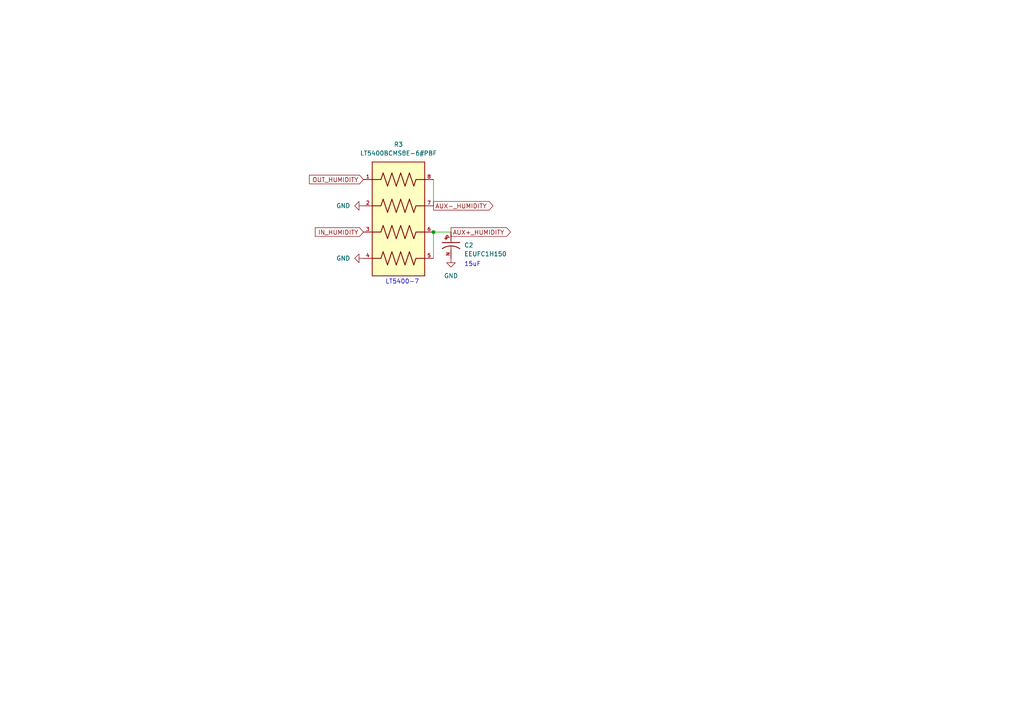
<source format=kicad_sch>
(kicad_sch (version 20211123) (generator eeschema)

  (uuid 22f3c011-2a79-4464-a677-eed7160297b8)

  (paper "A4")

  (title_block
    (title "Acondicionamiento del sensor de Humedad")
    (date "2023-06-11")
    (company "UC3M")
    (comment 1 "Además, se añade un filtrado de la señal a 10 Hz.")
    (comment 2 "Se realiza una amplificación de 4 de la señal del sensor.")
  )

  (lib_symbols
    (symbol "EEUFC1H150:EEUFC1H150" (pin_names (offset 1.016)) (in_bom yes) (on_board yes)
      (property "Reference" "C" (id 0) (at -2.54 3.81 0)
        (effects (font (size 1.27 1.27)) (justify left bottom))
      )
      (property "Value" "EEUFC1H150" (id 1) (at -2.54 -5.08 0)
        (effects (font (size 1.27 1.27)) (justify left bottom))
      )
      (property "Footprint" "CAPPRD200W50D500H1100" (id 2) (at 0 0 0)
        (effects (font (size 1.27 1.27)) (justify bottom) hide)
      )
      (property "Datasheet" "" (id 3) (at 0 0 0)
        (effects (font (size 1.27 1.27)) hide)
      )
      (property "MF" "PANASONIC" (id 4) (at 0 0 0)
        (effects (font (size 1.27 1.27)) (justify bottom) hide)
      )
      (property "b_max" "0.55" (id 5) (at 0 0 0)
        (effects (font (size 1.27 1.27)) (justify bottom) hide)
      )
      (property "DESCRIPTION" "FC-A" (id 6) (at 0 0 0)
        (effects (font (size 1.27 1.27)) (justify bottom) hide)
      )
      (property "b_nom" "0.5" (id 7) (at 0 0 0)
        (effects (font (size 1.27 1.27)) (justify bottom) hide)
      )
      (property "PARTREV" "20-DEC-19" (id 8) (at 0 0 0)
        (effects (font (size 1.27 1.27)) (justify bottom) hide)
      )
      (property "A_max" "11" (id 9) (at 0 0 0)
        (effects (font (size 1.27 1.27)) (justify bottom) hide)
      )
      (property "D_nom" "5" (id 10) (at 0 0 0)
        (effects (font (size 1.27 1.27)) (justify bottom) hide)
      )
      (property "e_nom" "2" (id 11) (at 0 0 0)
        (effects (font (size 1.27 1.27)) (justify bottom) hide)
      )
      (symbol "EEUFC1H150_0_0"
        (rectangle (start -1.173 -1.532) (end -0.284 -1.405)
          (stroke (width 0.1) (type default) (color 0 0 0 0))
          (fill (type outline))
        )
        (rectangle (start -0.792 -1.913) (end -0.665 -1.024)
          (stroke (width 0.1) (type default) (color 0 0 0 0))
          (fill (type outline))
        )
        (polyline
          (pts
            (xy 0 0)
            (xy 0.508 0)
          )
          (stroke (width 0.1524) (type default) (color 0 0 0 0))
          (fill (type none))
        )
        (polyline
          (pts
            (xy 0.508 0)
            (xy 0.508 -2.54)
          )
          (stroke (width 0.254) (type default) (color 0 0 0 0))
          (fill (type none))
        )
        (polyline
          (pts
            (xy 0.508 2.54)
            (xy 0.508 0)
          )
          (stroke (width 0.254) (type default) (color 0 0 0 0))
          (fill (type none))
        )
        (polyline
          (pts
            (xy 2.54 0)
            (xy 1.524 0)
          )
          (stroke (width 0.1524) (type default) (color 0 0 0 0))
          (fill (type none))
        )
        (arc (start 2.286 2.54) (mid 1.4851 0) (end 2.286 -2.54)
          (stroke (width 0.254) (type default) (color 0 0 0 0))
          (fill (type none))
        )
        (pin passive line (at 5.08 0 180) (length 2.54)
          (name "~" (effects (font (size 1.016 1.016))))
          (number "N" (effects (font (size 1.016 1.016))))
        )
        (pin passive line (at -2.54 0 0) (length 2.54)
          (name "~" (effects (font (size 1.016 1.016))))
          (number "P" (effects (font (size 1.016 1.016))))
        )
      )
    )
    (symbol "LT5400BCMS8E-6_PBF:LT5400BCMS8E-6#PBF" (pin_names (offset 1.016)) (in_bom yes) (on_board yes)
      (property "Reference" "R" (id 0) (at -7.62 16.51 0)
        (effects (font (size 1.27 1.27)) (justify left bottom))
      )
      (property "Value" "LT5400BCMS8E-6#PBF" (id 1) (at -7.62 -21.59 0)
        (effects (font (size 1.27 1.27)) (justify left bottom))
      )
      (property "Footprint" "SOP65P490X110-9N" (id 2) (at 0 0 0)
        (effects (font (size 1.27 1.27)) (justify bottom) hide)
      )
      (property "Datasheet" "" (id 3) (at 0 0 0)
        (effects (font (size 1.27 1.27)) hide)
      )
      (property "PARTREV" "I" (id 4) (at 0 0 0)
        (effects (font (size 1.27 1.27)) (justify bottom) hide)
      )
      (property "MANUFACTURER" "Linear Technology" (id 5) (at 0 0 0)
        (effects (font (size 1.27 1.27)) (justify bottom) hide)
      )
      (property "MAXIMUM_PACKAGE_HEIGHT" "1.1 mm" (id 6) (at 0 0 0)
        (effects (font (size 1.27 1.27)) (justify bottom) hide)
      )
      (property "STANDARD" "IPC 7351B" (id 7) (at 0 0 0)
        (effects (font (size 1.27 1.27)) (justify bottom) hide)
      )
      (symbol "LT5400BCMS8E-6#PBF_0_0"
        (rectangle (start -7.62 -17.78) (end 7.62 15.24)
          (stroke (width 0.254) (type default) (color 0 0 0 0))
          (fill (type background))
        )
        (polyline
          (pts
            (xy -5.08 -12.7)
            (xy -7.62 -12.7)
          )
          (stroke (width 0.254) (type default) (color 0 0 0 0))
          (fill (type none))
        )
        (polyline
          (pts
            (xy -5.08 -12.7)
            (xy -4.445 -10.795)
          )
          (stroke (width 0.254) (type default) (color 0 0 0 0))
          (fill (type none))
        )
        (polyline
          (pts
            (xy -5.08 -5.08)
            (xy -7.62 -5.08)
          )
          (stroke (width 0.254) (type default) (color 0 0 0 0))
          (fill (type none))
        )
        (polyline
          (pts
            (xy -5.08 -5.08)
            (xy -4.445 -3.175)
          )
          (stroke (width 0.254) (type default) (color 0 0 0 0))
          (fill (type none))
        )
        (polyline
          (pts
            (xy -5.08 2.54)
            (xy -7.62 2.54)
          )
          (stroke (width 0.254) (type default) (color 0 0 0 0))
          (fill (type none))
        )
        (polyline
          (pts
            (xy -5.08 2.54)
            (xy -4.445 4.445)
          )
          (stroke (width 0.254) (type default) (color 0 0 0 0))
          (fill (type none))
        )
        (polyline
          (pts
            (xy -5.08 10.16)
            (xy -7.62 10.16)
          )
          (stroke (width 0.254) (type default) (color 0 0 0 0))
          (fill (type none))
        )
        (polyline
          (pts
            (xy -5.08 10.16)
            (xy -4.445 12.065)
          )
          (stroke (width 0.254) (type default) (color 0 0 0 0))
          (fill (type none))
        )
        (polyline
          (pts
            (xy -4.445 -10.795)
            (xy -3.175 -14.605)
          )
          (stroke (width 0.254) (type default) (color 0 0 0 0))
          (fill (type none))
        )
        (polyline
          (pts
            (xy -4.445 -3.175)
            (xy -3.175 -6.985)
          )
          (stroke (width 0.254) (type default) (color 0 0 0 0))
          (fill (type none))
        )
        (polyline
          (pts
            (xy -4.445 4.445)
            (xy -3.175 0.635)
          )
          (stroke (width 0.254) (type default) (color 0 0 0 0))
          (fill (type none))
        )
        (polyline
          (pts
            (xy -4.445 12.065)
            (xy -3.175 8.255)
          )
          (stroke (width 0.254) (type default) (color 0 0 0 0))
          (fill (type none))
        )
        (polyline
          (pts
            (xy -3.175 -14.605)
            (xy -1.905 -10.795)
          )
          (stroke (width 0.254) (type default) (color 0 0 0 0))
          (fill (type none))
        )
        (polyline
          (pts
            (xy -3.175 -6.985)
            (xy -1.905 -3.175)
          )
          (stroke (width 0.254) (type default) (color 0 0 0 0))
          (fill (type none))
        )
        (polyline
          (pts
            (xy -3.175 0.635)
            (xy -1.905 4.445)
          )
          (stroke (width 0.254) (type default) (color 0 0 0 0))
          (fill (type none))
        )
        (polyline
          (pts
            (xy -3.175 8.255)
            (xy -1.905 12.065)
          )
          (stroke (width 0.254) (type default) (color 0 0 0 0))
          (fill (type none))
        )
        (polyline
          (pts
            (xy -1.905 -10.795)
            (xy -0.635 -14.605)
          )
          (stroke (width 0.254) (type default) (color 0 0 0 0))
          (fill (type none))
        )
        (polyline
          (pts
            (xy -1.905 -3.175)
            (xy -0.635 -6.985)
          )
          (stroke (width 0.254) (type default) (color 0 0 0 0))
          (fill (type none))
        )
        (polyline
          (pts
            (xy -1.905 4.445)
            (xy -0.635 0.635)
          )
          (stroke (width 0.254) (type default) (color 0 0 0 0))
          (fill (type none))
        )
        (polyline
          (pts
            (xy -1.905 12.065)
            (xy -0.635 8.255)
          )
          (stroke (width 0.254) (type default) (color 0 0 0 0))
          (fill (type none))
        )
        (polyline
          (pts
            (xy -0.635 -14.605)
            (xy 0.635 -10.795)
          )
          (stroke (width 0.254) (type default) (color 0 0 0 0))
          (fill (type none))
        )
        (polyline
          (pts
            (xy -0.635 -6.985)
            (xy 0.635 -3.175)
          )
          (stroke (width 0.254) (type default) (color 0 0 0 0))
          (fill (type none))
        )
        (polyline
          (pts
            (xy -0.635 0.635)
            (xy 0.635 4.445)
          )
          (stroke (width 0.254) (type default) (color 0 0 0 0))
          (fill (type none))
        )
        (polyline
          (pts
            (xy -0.635 8.255)
            (xy 0.635 12.065)
          )
          (stroke (width 0.254) (type default) (color 0 0 0 0))
          (fill (type none))
        )
        (polyline
          (pts
            (xy 0.635 -10.795)
            (xy 1.905 -14.605)
          )
          (stroke (width 0.254) (type default) (color 0 0 0 0))
          (fill (type none))
        )
        (polyline
          (pts
            (xy 0.635 -3.175)
            (xy 1.905 -6.985)
          )
          (stroke (width 0.254) (type default) (color 0 0 0 0))
          (fill (type none))
        )
        (polyline
          (pts
            (xy 0.635 4.445)
            (xy 1.905 0.635)
          )
          (stroke (width 0.254) (type default) (color 0 0 0 0))
          (fill (type none))
        )
        (polyline
          (pts
            (xy 0.635 12.065)
            (xy 1.905 8.255)
          )
          (stroke (width 0.254) (type default) (color 0 0 0 0))
          (fill (type none))
        )
        (polyline
          (pts
            (xy 1.905 -14.605)
            (xy 3.175 -10.795)
          )
          (stroke (width 0.254) (type default) (color 0 0 0 0))
          (fill (type none))
        )
        (polyline
          (pts
            (xy 1.905 -6.985)
            (xy 3.175 -3.175)
          )
          (stroke (width 0.254) (type default) (color 0 0 0 0))
          (fill (type none))
        )
        (polyline
          (pts
            (xy 1.905 0.635)
            (xy 3.175 4.445)
          )
          (stroke (width 0.254) (type default) (color 0 0 0 0))
          (fill (type none))
        )
        (polyline
          (pts
            (xy 1.905 8.255)
            (xy 3.175 12.065)
          )
          (stroke (width 0.254) (type default) (color 0 0 0 0))
          (fill (type none))
        )
        (polyline
          (pts
            (xy 3.175 -10.795)
            (xy 4.445 -14.605)
          )
          (stroke (width 0.254) (type default) (color 0 0 0 0))
          (fill (type none))
        )
        (polyline
          (pts
            (xy 3.175 -3.175)
            (xy 4.445 -6.985)
          )
          (stroke (width 0.254) (type default) (color 0 0 0 0))
          (fill (type none))
        )
        (polyline
          (pts
            (xy 3.175 4.445)
            (xy 4.445 0.635)
          )
          (stroke (width 0.254) (type default) (color 0 0 0 0))
          (fill (type none))
        )
        (polyline
          (pts
            (xy 3.175 12.065)
            (xy 4.445 8.255)
          )
          (stroke (width 0.254) (type default) (color 0 0 0 0))
          (fill (type none))
        )
        (polyline
          (pts
            (xy 4.445 -14.605)
            (xy 5.08 -12.7)
          )
          (stroke (width 0.254) (type default) (color 0 0 0 0))
          (fill (type none))
        )
        (polyline
          (pts
            (xy 4.445 -6.985)
            (xy 5.08 -5.08)
          )
          (stroke (width 0.254) (type default) (color 0 0 0 0))
          (fill (type none))
        )
        (polyline
          (pts
            (xy 4.445 0.635)
            (xy 5.08 2.54)
          )
          (stroke (width 0.254) (type default) (color 0 0 0 0))
          (fill (type none))
        )
        (polyline
          (pts
            (xy 4.445 8.255)
            (xy 5.08 10.16)
          )
          (stroke (width 0.254) (type default) (color 0 0 0 0))
          (fill (type none))
        )
        (polyline
          (pts
            (xy 5.08 -12.7)
            (xy 7.62 -12.7)
          )
          (stroke (width 0.254) (type default) (color 0 0 0 0))
          (fill (type none))
        )
        (polyline
          (pts
            (xy 5.08 -5.08)
            (xy 7.62 -5.08)
          )
          (stroke (width 0.254) (type default) (color 0 0 0 0))
          (fill (type none))
        )
        (polyline
          (pts
            (xy 5.08 2.54)
            (xy 7.62 2.54)
          )
          (stroke (width 0.254) (type default) (color 0 0 0 0))
          (fill (type none))
        )
        (polyline
          (pts
            (xy 5.08 10.16)
            (xy 7.62 10.16)
          )
          (stroke (width 0.254) (type default) (color 0 0 0 0))
          (fill (type none))
        )
        (pin passive line (at -10.16 10.16 0) (length 2.54)
          (name "~" (effects (font (size 1.016 1.016))))
          (number "1" (effects (font (size 1.016 1.016))))
        )
        (pin passive line (at -10.16 2.54 0) (length 2.54)
          (name "~" (effects (font (size 1.016 1.016))))
          (number "2" (effects (font (size 1.016 1.016))))
        )
        (pin passive line (at -10.16 -5.08 0) (length 2.54)
          (name "~" (effects (font (size 1.016 1.016))))
          (number "3" (effects (font (size 1.016 1.016))))
        )
        (pin passive line (at -10.16 -12.7 0) (length 2.54)
          (name "~" (effects (font (size 1.016 1.016))))
          (number "4" (effects (font (size 1.016 1.016))))
        )
        (pin passive line (at 10.16 -12.7 180) (length 2.54)
          (name "~" (effects (font (size 1.016 1.016))))
          (number "5" (effects (font (size 1.016 1.016))))
        )
        (pin passive line (at 10.16 -5.08 180) (length 2.54)
          (name "~" (effects (font (size 1.016 1.016))))
          (number "6" (effects (font (size 1.016 1.016))))
        )
        (pin passive line (at 10.16 2.54 180) (length 2.54)
          (name "~" (effects (font (size 1.016 1.016))))
          (number "7" (effects (font (size 1.016 1.016))))
        )
        (pin passive line (at 10.16 10.16 180) (length 2.54)
          (name "~" (effects (font (size 1.016 1.016))))
          (number "8" (effects (font (size 1.016 1.016))))
        )
      )
    )
    (symbol "power:GND" (power) (pin_names (offset 0)) (in_bom yes) (on_board yes)
      (property "Reference" "#PWR" (id 0) (at 0 -6.35 0)
        (effects (font (size 1.27 1.27)) hide)
      )
      (property "Value" "GND" (id 1) (at 0 -3.81 0)
        (effects (font (size 1.27 1.27)))
      )
      (property "Footprint" "" (id 2) (at 0 0 0)
        (effects (font (size 1.27 1.27)) hide)
      )
      (property "Datasheet" "" (id 3) (at 0 0 0)
        (effects (font (size 1.27 1.27)) hide)
      )
      (property "ki_keywords" "power-flag" (id 4) (at 0 0 0)
        (effects (font (size 1.27 1.27)) hide)
      )
      (property "ki_description" "Power symbol creates a global label with name \"GND\" , ground" (id 5) (at 0 0 0)
        (effects (font (size 1.27 1.27)) hide)
      )
      (symbol "GND_0_1"
        (polyline
          (pts
            (xy 0 0)
            (xy 0 -1.27)
            (xy 1.27 -1.27)
            (xy 0 -2.54)
            (xy -1.27 -1.27)
            (xy 0 -1.27)
          )
          (stroke (width 0) (type default) (color 0 0 0 0))
          (fill (type none))
        )
      )
      (symbol "GND_1_1"
        (pin power_in line (at 0 0 270) (length 0) hide
          (name "GND" (effects (font (size 1.27 1.27))))
          (number "1" (effects (font (size 1.27 1.27))))
        )
      )
    )
  )

  (junction (at 125.73 67.31) (diameter 0) (color 0 0 0 0)
    (uuid a3073da7-4981-4e4a-8c17-2e32621bdbbd)
  )

  (wire (pts (xy 125.73 52.07) (xy 125.73 59.69))
    (stroke (width 0) (type default) (color 0 0 0 0))
    (uuid 763090e2-d55a-4ead-8e93-f6328ac0d96c)
  )
  (wire (pts (xy 125.73 67.31) (xy 130.81 67.31))
    (stroke (width 0) (type default) (color 0 0 0 0))
    (uuid 9977050c-230c-4a6a-9bbf-e196408fe734)
  )
  (wire (pts (xy 125.73 67.31) (xy 125.73 74.93))
    (stroke (width 0) (type default) (color 0 0 0 0))
    (uuid 9f6f94c8-7969-4404-b0d0-2f54eac4917e)
  )

  (text "LT5400-7\n" (at 111.76 82.55 0)
    (effects (font (size 1.27 1.27)) (justify left bottom))
    (uuid 101d8828-9039-431a-93f6-0343f163d69a)
  )
  (text "15uF" (at 134.62 77.47 0)
    (effects (font (size 1.27 1.27)) (justify left bottom))
    (uuid 6edb6beb-5c26-4245-a8f2-c4887c03970c)
  )

  (global_label "AUX+_HUMIDITY" (shape output) (at 130.81 67.31 0) (fields_autoplaced)
    (effects (font (size 1.27 1.27)) (justify left))
    (uuid 8bab0418-5ea3-46eb-b4cc-d4b449aae640)
    (property "Intersheet References" "${INTERSHEET_REFS}" (id 0) (at 148.0398 67.2306 0)
      (effects (font (size 1.27 1.27)) (justify left) hide)
    )
  )
  (global_label "OUT_HUMIDITY" (shape input) (at 105.41 52.07 180) (fields_autoplaced)
    (effects (font (size 1.27 1.27)) (justify right))
    (uuid 9208a3c4-025d-4b09-afc2-e75d78158944)
    (property "Intersheet References" "${INTERSHEET_REFS}" (id 0) (at 89.7526 51.9906 0)
      (effects (font (size 1.27 1.27)) (justify right) hide)
    )
  )
  (global_label "IN_HUMIDITY" (shape input) (at 105.41 67.31 180) (fields_autoplaced)
    (effects (font (size 1.27 1.27)) (justify right))
    (uuid d5d6308d-7cd4-4391-b6aa-dd3147d0ea2d)
    (property "Intersheet References" "${INTERSHEET_REFS}" (id 0) (at 91.4459 67.2306 0)
      (effects (font (size 1.27 1.27)) (justify right) hide)
    )
  )
  (global_label "AUX-_HUMIDITY" (shape output) (at 125.73 59.69 0) (fields_autoplaced)
    (effects (font (size 1.27 1.27)) (justify left))
    (uuid d8d69e88-59ad-4f88-bdc2-8e892762747c)
    (property "Intersheet References" "${INTERSHEET_REFS}" (id 0) (at 142.9598 59.6106 0)
      (effects (font (size 1.27 1.27)) (justify left) hide)
    )
  )

  (symbol (lib_id "power:GND") (at 130.81 74.93 0) (unit 1)
    (in_bom yes) (on_board yes) (fields_autoplaced)
    (uuid 10415011-71aa-4e72-9de0-b8648d481a4d)
    (property "Reference" "#PWR0103" (id 0) (at 130.81 81.28 0)
      (effects (font (size 1.27 1.27)) hide)
    )
    (property "Value" "GND" (id 1) (at 130.81 80.01 0))
    (property "Footprint" "" (id 2) (at 130.81 74.93 0)
      (effects (font (size 1.27 1.27)) hide)
    )
    (property "Datasheet" "" (id 3) (at 130.81 74.93 0)
      (effects (font (size 1.27 1.27)) hide)
    )
    (pin "1" (uuid 1d3a4511-7bd7-4c8e-bb98-bcaf8b88586c))
  )

  (symbol (lib_id "power:GND") (at 105.41 74.93 270) (unit 1)
    (in_bom yes) (on_board yes) (fields_autoplaced)
    (uuid 67fffce5-2268-46d9-94ba-f7b149dbf6c6)
    (property "Reference" "#PWR0104" (id 0) (at 99.06 74.93 0)
      (effects (font (size 1.27 1.27)) hide)
    )
    (property "Value" "GND" (id 1) (at 101.6 74.9299 90)
      (effects (font (size 1.27 1.27)) (justify right))
    )
    (property "Footprint" "" (id 2) (at 105.41 74.93 0)
      (effects (font (size 1.27 1.27)) hide)
    )
    (property "Datasheet" "" (id 3) (at 105.41 74.93 0)
      (effects (font (size 1.27 1.27)) hide)
    )
    (pin "1" (uuid c0d999a2-a874-4b6b-9e14-ed55fe9435a7))
  )

  (symbol (lib_id "LT5400BCMS8E-6_PBF:LT5400BCMS8E-6#PBF") (at 115.57 62.23 0) (unit 1)
    (in_bom yes) (on_board yes) (fields_autoplaced)
    (uuid 7f70c34f-f4c6-45d9-bc60-728b9a7b742a)
    (property "Reference" "R3" (id 0) (at 115.57 41.91 0))
    (property "Value" "LT5400BCMS8E-6#PBF" (id 1) (at 115.57 44.45 0))
    (property "Footprint" "SOP65P490X110-9N" (id 2) (at 115.57 62.23 0)
      (effects (font (size 1.27 1.27)) (justify bottom) hide)
    )
    (property "Datasheet" "" (id 3) (at 115.57 62.23 0)
      (effects (font (size 1.27 1.27)) hide)
    )
    (property "PARTREV" "I" (id 4) (at 115.57 62.23 0)
      (effects (font (size 1.27 1.27)) (justify bottom) hide)
    )
    (property "MANUFACTURER" "Linear Technology" (id 5) (at 115.57 62.23 0)
      (effects (font (size 1.27 1.27)) (justify bottom) hide)
    )
    (property "MAXIMUM_PACKAGE_HEIGHT" "1.1 mm" (id 6) (at 115.57 62.23 0)
      (effects (font (size 1.27 1.27)) (justify bottom) hide)
    )
    (property "STANDARD" "IPC 7351B" (id 7) (at 115.57 62.23 0)
      (effects (font (size 1.27 1.27)) (justify bottom) hide)
    )
    (pin "1" (uuid e1ac8601-f1d2-4fcf-9d9f-497b8758d160))
    (pin "2" (uuid 5b1c8a30-d37b-481a-8e51-c49aa3af6826))
    (pin "3" (uuid e08308ae-3ce6-46eb-a7b7-82320c3353c6))
    (pin "4" (uuid fa20d780-2b0d-4eef-884a-0ac8436f003c))
    (pin "5" (uuid 2d293cb2-555d-4ab8-a4e1-b82e4a03790e))
    (pin "6" (uuid 56c4f519-6317-4ba9-8cb1-94e2ae0697f4))
    (pin "7" (uuid db4fdbb6-2312-4c2f-926b-5d03c31f8738))
    (pin "8" (uuid 563d5677-8afc-4588-8098-3c5ea0c358bb))
  )

  (symbol (lib_id "EEUFC1H150:EEUFC1H150") (at 130.81 69.85 270) (unit 1)
    (in_bom yes) (on_board yes)
    (uuid 8ae929fa-1ed4-40bd-b95a-baa39a524b1f)
    (property "Reference" "C2" (id 0) (at 134.62 71.12 90)
      (effects (font (size 1.27 1.27)) (justify left))
    )
    (property "Value" "EEUFC1H150" (id 1) (at 134.62 73.66 90)
      (effects (font (size 1.27 1.27)) (justify left))
    )
    (property "Footprint" "CAPPRD200W50D500H1100" (id 2) (at 130.81 69.85 0)
      (effects (font (size 1.27 1.27)) (justify bottom) hide)
    )
    (property "Datasheet" "" (id 3) (at 130.81 69.85 0)
      (effects (font (size 1.27 1.27)) hide)
    )
    (property "MF" "PANASONIC" (id 4) (at 130.81 69.85 0)
      (effects (font (size 1.27 1.27)) (justify bottom) hide)
    )
    (property "b_max" "0.55" (id 5) (at 130.81 69.85 0)
      (effects (font (size 1.27 1.27)) (justify bottom) hide)
    )
    (property "DESCRIPTION" "FC-A" (id 6) (at 130.81 69.85 0)
      (effects (font (size 1.27 1.27)) (justify bottom) hide)
    )
    (property "b_nom" "0.5" (id 7) (at 130.81 69.85 0)
      (effects (font (size 1.27 1.27)) (justify bottom) hide)
    )
    (property "PARTREV" "20-DEC-19" (id 8) (at 130.81 69.85 0)
      (effects (font (size 1.27 1.27)) (justify bottom) hide)
    )
    (property "A_max" "11" (id 9) (at 130.81 69.85 0)
      (effects (font (size 1.27 1.27)) (justify bottom) hide)
    )
    (property "D_nom" "5" (id 10) (at 130.81 69.85 0)
      (effects (font (size 1.27 1.27)) (justify bottom) hide)
    )
    (property "e_nom" "2" (id 11) (at 130.81 69.85 0)
      (effects (font (size 1.27 1.27)) (justify bottom) hide)
    )
    (pin "N" (uuid d3b06c14-a3b0-45cf-a391-35b6fe2fa054))
    (pin "P" (uuid 03bce361-5a34-442e-9dc3-2c43b1567bbb))
  )

  (symbol (lib_id "power:GND") (at 105.41 59.69 270) (unit 1)
    (in_bom yes) (on_board yes) (fields_autoplaced)
    (uuid 9a5b0829-ab24-475a-86d9-9b4afe7f30c1)
    (property "Reference" "#PWR0105" (id 0) (at 99.06 59.69 0)
      (effects (font (size 1.27 1.27)) hide)
    )
    (property "Value" "GND" (id 1) (at 101.6 59.6899 90)
      (effects (font (size 1.27 1.27)) (justify right))
    )
    (property "Footprint" "" (id 2) (at 105.41 59.69 0)
      (effects (font (size 1.27 1.27)) hide)
    )
    (property "Datasheet" "" (id 3) (at 105.41 59.69 0)
      (effects (font (size 1.27 1.27)) hide)
    )
    (pin "1" (uuid 2c6e1fbc-fda3-4c6e-b87b-3924a15ff9d3))
  )
)

</source>
